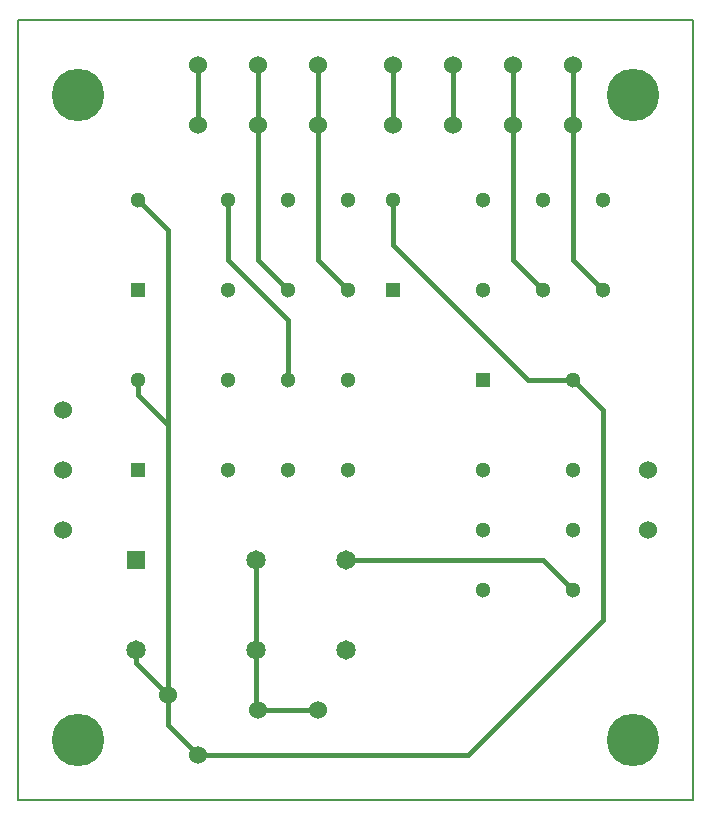
<source format=gbr>
G04 EasyPC Gerber Version 21.0.3 Build 4286 *
G04 #@! TF.Part,Single*
G04 #@! TF.FileFunction,Copper,L1,Top *
G04 #@! TF.FilePolarity,Positive *
%FSLAX35Y35*%
%MOIN*%
G04 #@! TA.AperFunction,ComponentPad*
%ADD15R,0.05118X0.05118*%
%ADD18R,0.06496X0.06496*%
G04 #@! TD.AperFunction*
%ADD12C,0.00500*%
%ADD19C,0.01500*%
G04 #@! TA.AperFunction,ComponentPad*
%ADD16C,0.05118*%
G04 #@! TA.AperFunction,WasherPad*
%ADD13C,0.06000*%
G04 #@! TA.AperFunction,ComponentPad*
%ADD17C,0.06496*%
G04 #@! TA.AperFunction,WasherPad*
%ADD14C,0.17500*%
X0Y0D02*
D02*
D12*
X250Y250D02*
X225250D01*
Y260250*
X250*
Y250*
D02*
D13*
X15250Y90250D03*
Y110250D03*
Y130250D03*
X50250Y35250D03*
X60250Y15250D03*
Y225250D03*
Y245250D03*
X80250Y30250D03*
Y225250D03*
Y245250D03*
X100250Y30250D03*
Y225250D03*
Y245250D03*
X125250Y225250D03*
Y245250D03*
X145250Y225250D03*
Y245250D03*
X165250Y225250D03*
Y245250D03*
X185250Y225250D03*
Y245250D03*
X210250Y90250D03*
Y110250D03*
D02*
D14*
X20250Y20250D03*
Y235250D03*
X205250Y20250D03*
Y235250D03*
D02*
D15*
X40250Y110250D03*
Y170250D03*
X125250D03*
X155250Y140250D03*
D02*
D16*
X40250D03*
Y200250D03*
X70250Y110250D03*
Y140250D03*
Y170250D03*
Y200250D03*
X90250Y110250D03*
Y140250D03*
Y170250D03*
Y200250D03*
X110250Y110250D03*
Y140250D03*
Y170250D03*
Y200250D03*
X125250D03*
X155250Y70250D03*
Y90250D03*
Y110250D03*
Y170250D03*
Y200250D03*
X175250Y170250D03*
Y200250D03*
X185250Y70250D03*
Y90250D03*
Y110250D03*
Y140250D03*
X195250Y170250D03*
Y200250D03*
D02*
D17*
X39581Y50250D03*
X79581D03*
Y80250D03*
X109581Y50250D03*
Y80250D03*
D02*
D18*
X39581D03*
D02*
D19*
Y50250D02*
Y45919D01*
X50250Y35250*
X40250Y140250D02*
Y135250D01*
X50250Y125250*
X40250Y200250D02*
X50250Y190250D01*
Y125250*
Y35250D02*
Y25250D01*
X60250Y15250*
X50250Y125250D02*
Y35250D01*
X60250Y245250D02*
Y225250D01*
X70250Y200250D02*
Y180250D01*
X90250Y160250*
Y140250*
X79581Y50250D02*
Y30919D01*
X80250Y30250*
X79581Y80250D02*
Y50250D01*
X80250Y30250D02*
X100250D01*
X80250Y225250D02*
Y180250D01*
X90250Y170250*
X80250Y245250D02*
Y225250D01*
X100250D02*
Y180250D01*
X110250Y170250*
X100250Y245250D02*
Y225250D01*
X109581Y80250D02*
X175250D01*
X185250Y70250*
X125250Y200250D02*
Y185250D01*
X170250Y140250*
X185250*
X125250Y245250D02*
Y225250D01*
X145250Y245250D02*
Y225250D01*
X165250D02*
Y180250D01*
X175250Y170250*
X165250Y245250D02*
Y225250D01*
X185250Y140250D02*
X195250Y130250D01*
Y60250*
X150250Y15250*
X60250*
X185250Y225250D02*
Y180250D01*
X195250Y170250*
X185250Y245250D02*
Y225250D01*
X0Y0D02*
M02*

</source>
